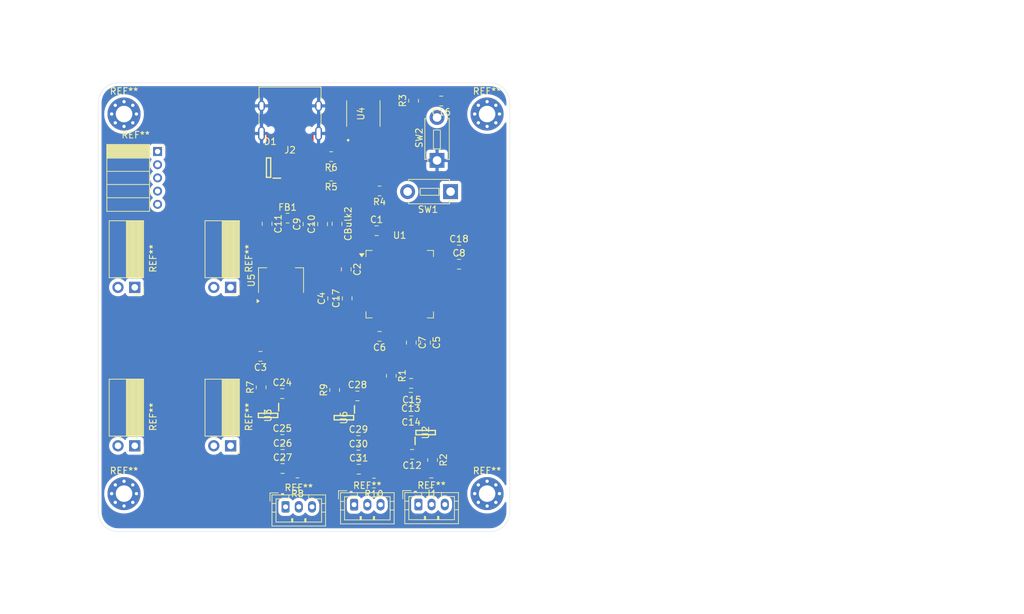
<source format=kicad_pcb>
(kicad_pcb (version 20241229) (generator "pcbnew") (generator_version "9.0")
  (layers (0 "F.Cu" signal) (2 "B.Cu" signal) (13 "F.Paste" user) (15 "B.Paste" user) (5 "F.SilkS" user "F.Silkscreen") (7 "B.SilkS" user "B.Silkscreen") (1 "F.Mask" user) (3 "B.Mask" user) (25 "Edge.Cuts" user))
  (net 0 "")
  (net 1 "+3.3V")
  (net 2 "GND")
  (net 3 "+5V")
  (net 4 "Net-(U1-VCAP_1)")
  (net 5 "Net-(U1-VCAP_2)")
  (net 6 "/Camera_left/<NO NET>")
  (net 7 "/MCU/NRST")
  (net 8 "Net-(C16-Pad2)")
  (net 9 "/Camera_right/<NO NET>")
  (net 10 "/Camera_center/<NO NET>")
  (net 12 "/usb_type_c/D-")
  (net 13 "/usb_type_c/D+")
  (net 16 "/Camera_left/CAM_UART_TX")
  (net 17 "Net-(J2-CC2)")
  (net 18 "Net-(J2-CC1)")
  (net 21 "/Camera_right/CAM_UART_TX")
  (net 22 "/Camera_center/CAM_UART_TX")
  (net 23 "/Camera_left/CAM_L_PWN_EN")
  (net 24 "/MCU/BOOT0")
  (net 25 "/Camera_right/CAM_R_PWN_EN")
  (net 26 "/Camera_center/CAM_C_PWN_EN")
  (net 28 "/MCU/CAN_RX_2")
  (net 30 "/MCU/CAM_R_PWN_EN")
  (net 36 "/MCU/CAM_L_PWN_EN")
  (net 39 "/MCU/UART_DEBUG_TX")
  (net 44 "/MCU/UART_DEBUG_RX")
  (net 48 "/MCU/CAM_UART_TX")
  (net 49 "/MCU/CAN_TX_2")
  (net 66 "/MCU/D+")
  (net 71 "/MCU/D-")
  (net 75 "/MCU/VBUS")
  (net 77 "/MCU/CAM_C_PWN_EN")
  (net 81 "+3V3")
  (net 82 "/Can_transceiver/CANL")
  (net 83 "/Can_transceiver/CAN_RX_2")
  (net 84 "/Can_transceiver/CANH")
  (net 85 "/Can_transceiver/CAN_TX_2")
  (footprint "Capacitor_SMD:C_0805_2012Metric_Pad1.18x1.45mm_HandSolder" (layer "F.Cu") (at 99.725 90.575 180)
    (property "Reference" "C15" (at -0.1125 -2.5 0) (layer "F.SilkS"))
    (property "Value" ".1u")
    (pad "1" smd roundrect (at -1.0375 0 180) (size 1.175 1.45) (layers "F.Cu" "F.Mask" "F.Paste") (roundrect_rratio 0.212766) (net 6 "/Camera_left/<NO NET>"))
    (pad "2" smd roundrect (at 1.0375 0 180) (size 1.175 1.45) (layers "F.Cu" "F.Mask" "F.Paste") (roundrect_rratio 0.212766) (net 2 "GND"))
  )
  (footprint "Capacitor_SMD:C_0805_2012Metric_Pad1.18x1.45mm_HandSolder" (layer "F.Cu") (at 84.125 66.45 90)
    (property "Reference" "C9" (at 0 -1.68 90) (layer "F.SilkS"))
    (property "Value" "1u")
    (pad "1" smd roundrect (at -1.0375 0 90) (size 1.175 1.45) (layers "F.Cu" "F.Mask" "F.Paste") (roundrect_rratio 0.212766) (net 2 "GND"))
    (pad "2" smd roundrect (at 1.0375 0 90) (size 1.175 1.45) (layers "F.Cu" "F.Mask" "F.Paste") (roundrect_rratio 0.212766) (net 1 "+3.3V"))
  )
  (footprint "Capacitor_SMD:C_0805_2012Metric_Pad1.18x1.45mm_HandSolder" (layer "F.Cu") (at 86.325 66.45 90)
    (property "Reference" "C10" (at 0 -1.68 90) (layer "F.SilkS"))
    (property "Value" "100nf")
    (pad "1" smd roundrect (at -1.0375 0 90) (size 1.175 1.45) (layers "F.Cu" "F.Mask" "F.Paste") (roundrect_rratio 0.212766) (net 2 "GND"))
    (pad "2" smd roundrect (at 1.0375 0 90) (size 1.175 1.45) (layers "F.Cu" "F.Mask" "F.Paste") (roundrect_rratio 0.212766) (net 1 "+3.3V"))
  )
  (footprint "Resistor_SMD:R_0805_2012Metric_Pad1.20x1.40mm_HandSolder" (layer "F.Cu") (at 96.725 89.425 -90)
    (property "Reference" "R1" (at 0 -1.65 90) (layer "F.SilkS"))
    (property "Value" "1k")
    (pad "1" smd roundrect (at -1 0 270) (size 1.2 1.4) (layers "F.Cu" "F.Mask" "F.Paste") (roundrect_rratio 0.208333) (net 16 "/Camera_left/CAM_UART_TX"))
    (pad "2" smd roundrect (at 1 0 270) (size 1.2 1.4) (layers "F.Cu" "F.Mask" "F.Paste") (roundrect_rratio 0.208333) (net 2 "GND"))
  )
  (footprint "Connector_JST:JST_PH_B3B-PH-K_1x03_P2.00mm_Vertical" (layer "F.Cu") (at 91.1 108.95)
    (property "Reference" "REF**" (at 2 -2.9 0) (layer "F.SilkS"))
    (property "Value" "JST_PH_B3B-PH-K_1x03_P2.00mm_Vertical")
    (pad "1" thru_hole roundrect (at 0 0) (size 1.2 1.75) (drill 0.75) (layers "*.Cu" "*.Mask") (roundrect_rratio 0.208333))
    (pad "2" thru_hole oval (at 2 0) (size 1.2 1.75) (drill 0.75) (layers "*.Cu" "*.Mask"))
    (pad "3" thru_hole oval (at 4 0) (size 1.2 1.75) (drill 0.75) (layers "*.Cu" "*.Mask"))
  )
  (footprint "Resistor_SMD:R_0805_2012Metric_Pad1.20x1.40mm_HandSolder" (layer "F.Cu") (at 77.025 91.175 90)
    (property "Reference" "R7" (at 0 -1.65 90) (layer "F.SilkS"))
    (property "Value" "100k")
    (pad "1" smd roundrect (at -1 0 90) (size 1.2 1.4) (layers "F.Cu" "F.Mask" "F.Paste") (roundrect_rratio 0.208333) (net 25 "/Camera_right/CAM_R_PWN_EN"))
    (pad "2" smd roundrect (at 1 0 90) (size 1.2 1.4) (layers "F.Cu" "F.Mask" "F.Paste") (roundrect_rratio 0.208333) (net 1 "+3.3V"))
  )
  (footprint "Capacitor_SMD:C_0805_2012Metric_Pad1.18x1.45mm_HandSolder" (layer "F.Cu") (at 101.9 84.4 -90)
    (property "Reference" "C5" (at 0 -1.68 90) (layer "F.SilkS"))
    (property "Value" "100nf")
    (pad "1" smd roundrect (at -1.0375 0 270) (size 1.175 1.45) (layers "F.Cu" "F.Mask" "F.Paste") (roundrect_rratio 0.212766) (net 1 "+3.3V"))
    (pad "2" smd roundrect (at 1.0375 0 270) (size 1.175 1.45) (layers "F.Cu" "F.Mask" "F.Paste") (roundrect_rratio 0.212766) (net 2 "GND"))
  )
  (footprint "Resistor_SMD:R_0805_2012Metric_Pad1.20x1.40mm_HandSolder" (layer "F.Cu") (at 87.625 59.165 180)
    (property "Reference" "R5" (at 0 -1.65 0) (layer "F.SilkS"))
    (property "Value" "5.1k")
    (pad "1" smd roundrect (at -1 0 180) (size 1.2 1.4) (layers "F.Cu" "F.Mask" "F.Paste") (roundrect_rratio 0.208333) (net 18 "Net-(J2-CC1)"))
    (pad "2" smd roundrect (at 1 0 180) (size 1.2 1.4) (layers "F.Cu" "F.Mask" "F.Paste") (roundrect_rratio 0.208333) (net 2 "GND"))
  )
  (footprint "Capacitor_SMD:C_0805_2012Metric_Pad1.18x1.45mm_HandSolder" (layer "F.Cu") (at 99.875 101.325 180)
    (property "Reference" "C12" (at 0 -1.68 0) (layer "F.SilkS"))
    (property "Value" "1u")
    (pad "1" smd roundrect (at -1.0375 0 180) (size 1.175 1.45) (layers "F.Cu" "F.Mask" "F.Paste") (roundrect_rratio 0.212766) (net 3 "+5V"))
    (pad "2" smd roundrect (at 1.0375 0 180) (size 1.175 1.45) (layers "F.Cu" "F.Mask" "F.Paste") (roundrect_rratio 0.212766) (net 2 "GND"))
  )
  (footprint "myFootprints:SOT95P280X145-6N" (layer "F.Cu") (at 78.075 95.425 -90)
    (property "Reference" "U3" (at 0 0 90) (layer "F.SilkS"))
    (property "Value" "TPS22917DBVR")
    (pad "1" smd rect (at -1.25 -0.95 270) (size 1.15 0.6) (layers "F.Cu" "F.Mask" "F.Paste") (net 3 "+5V"))
    (pad "2" smd rect (at -1.25 0 270) (size 1.15 0.6) (layers "F.Cu" "F.Mask" "F.Paste") (net 2 "GND"))
    (pad "3" smd rect (at -1.25 0.95 270) (size 1.15 0.6) (layers "F.Cu" "F.Mask" "F.Paste") (net 25 "/Camera_right/CAM_R_PWN_EN"))
    (pad "4" smd rect (at 1.25 0.95 270) (size 1.15 0.6) (layers "F.Cu" "F.Mask" "F.Paste"))
    (pad "5" smd rect (at 1.25 0 270) (size 1.15 0.6) (layers "F.Cu" "F.Mask" "F.Paste") (net 9 "/Camera_right/<NO NET>"))
    (pad "6" smd rect (at 1.25 -0.95 270) (size 1.15 0.6) (layers "F.Cu" "F.Mask" "F.Paste") (net 9 "/Camera_right/<NO NET>"))
  )
  (footprint "Package_TO_SOT_SMD:SOT-223-3_TabPin2" (layer "F.Cu") (at 80.0375 74.975 90)
    (property "Reference" "U5" (at 0 -4.5 90) (layer "F.SilkS"))
    (property "Value" "AMS1117-3.3")
    (pad "1" smd roundrect (at -3.15 -2.3 90) (size 2 1.5) (layers "F.Cu" "F.Mask" "F.Paste") (net 2 "GND"))
    (pad "2" smd roundrect (at -3.15 0 90) (size 2 1.5) (layers "F.Cu" "F.Mask" "F.Paste") (net 1 "+3.3V"))
    (pad "2" smd roundrect (at 3.15 0 90) (size 2 3.8) (layers "F.Cu" "F.Mask" "F.Paste") (net 1 "+3.3V"))
    (pad "3" smd roundrect (at -3.15 2.3 90) (size 2 1.5) (layers "F.Cu" "F.Mask" "F.Paste") (net 3 "+5V"))
  )
  (footprint "Capacitor_SMD:C_0805_2012Metric_Pad1.18x1.45mm_HandSolder" (layer "F.Cu") (at 106.975 70.375)
    (property "Reference" "C18" (at 0 -1.68 0) (layer "F.SilkS"))
    (property "Value" "100nf")
    (pad "1" smd roundrect (at -1.0375 0) (size 1.175 1.45) (layers "F.Cu" "F.Mask" "F.Paste") (roundrect_rratio 0.212766) (net 1 "+3.3V"))
    (pad "2" smd roundrect (at 1.0375 0) (size 1.175 1.45) (layers "F.Cu" "F.Mask" "F.Paste") (roundrect_rratio 0.212766) (net 2 "GND"))
  )
  (footprint "Capacitor_SMD:C_0805_2012Metric_Pad1.18x1.45mm_HandSolder" (layer "F.Cu") (at 88.5125 66.4 -90)
    (property "Reference" "CBulk2" (at 0 -1.68 90) (layer "F.SilkS"))
    (property "Value" "4.7u")
    (pad "1" smd roundrect (at -1.0375 0 270) (size 1.175 1.45) (layers "F.Cu" "F.Mask" "F.Paste") (roundrect_rratio 0.212766) (net 1 "+3.3V"))
    (pad "2" smd roundrect (at 1.0375 0 270) (size 1.175 1.45) (layers "F.Cu" "F.Mask" "F.Paste") (roundrect_rratio 0.212766) (net 2 "GND"))
  )
  (footprint "MountingHole:MountingHole_2.5mm_Pad_Via" (layer "F.Cu") (at 111.225 107.275)
    (property "Reference" "REF**" (at 0 -3.45 0) (layer "F.SilkS"))
    (property "Value" "MountingHole_2.5mm_Pad_Via")
    (pad "1" thru_hole circle (at -1.875 0) (size 0.8 0.8) (drill 0.5) (layers "*.Cu" "*.Mask"))
    (pad "1" thru_hole circle (at -1.325825 -1.325825) (size 0.8 0.8) (drill 0.5) (layers "*.Cu" "*.Mask"))
    (pad "1" thru_hole circle (at -1.325825 1.325825) (size 0.8 0.8) (drill 0.5) (layers "*.Cu" "*.Mask"))
    (pad "1" thru_hole circle (at 0 -1.875) (size 0.8 0.8) (drill 0.5) (layers "*.Cu" "*.Mask"))
    (pad "1" thru_hole circle (at 0 0) (size 5 5) (drill 2.5) (layers "*.Cu" "*.Mask"))
    (pad "1" thru_hole circle (at 0 1.875) (size 0.8 0.8) (drill 0.5) (layers "*.Cu" "*.Mask"))
    (pad "1" thru_hole circle (at 1.325825 -1.325825) (size 0.8 0.8) (drill 0.5) (layers "*.Cu" "*.Mask"))
    (pad "1" thru_hole circle (at 1.325825 1.325825) (size 0.8 0.8) (drill 0.5) (layers "*.Cu" "*.Mask"))
    (pad "1" thru_hole circle (at 1.875 0) (size 0.8 0.8) (drill 0.5) (layers "*.Cu" "*.Mask"))
  )
  (footprint "Capacitor_SMD:C_0805_2012Metric_Pad1.18x1.45mm_HandSolder" (layer "F.Cu") (at 77.925 66.4075 -90)
    (property "Reference" "C11" (at 0 -1.68 90) (layer "F.SilkS"))
    (property "Value" "33u")
    (pad "1" smd roundrect (at -1.0375 0 270) (size 1.175 1.45) (layers "F.Cu" "F.Mask" "F.Paste") (roundrect_rratio 0.212766) (net 1 "+3.3V"))
    (pad "2" smd roundrect (at 1.0375 0 270) (size 1.175 1.45) (layers "F.Cu" "F.Mask" "F.Paste") (roundrect_rratio 0.212766) (net 2 "GND"))
  )
  (footprint "Connector_PinSocket_2.54mm:PinSocket_1x02_P2.54mm_Horizontal" (layer "F.Cu") (at 72.4 100.025 -90)
    (property "Reference" "REF**" (at -4.38 -2.77 90) (layer "F.SilkS"))
    (property "Value" "PinSocket_1x02_P2.54mm_Horizontal")
    (pad "1" thru_hole rect (at 0 0 270) (size 1.7 1.7) (drill 1) (layers "*.Cu" "*.Mask"))
    (pad "2" thru_hole circle (at 0 2.54 270) (size 1.7 1.7) (drill 1) (layers "*.Cu" "*.Mask"))
  )
  (footprint "Capacitor_SMD:C_0805_2012Metric_Pad1.18x1.45mm_HandSolder" (layer "F.Cu") (at 80.275 103.475)
    (property "Reference" "C27" (at 0 -1.68 0) (layer "F.SilkS"))
    (property "Value" ".1u")
    (pad "1" smd roundrect (at -1.0375 0) (size 1.175 1.45) (layers "F.Cu" "F.Mask" "F.Paste") (roundrect_rratio 0.212766) (net 9 "/Camera_right/<NO NET>"))
    (pad "2" smd roundrect (at 1.0375 0) (size 1.175 1.45) (layers "F.Cu" "F.Mask" "F.Paste") (roundrect_rratio 0.212766) (net 2 "GND"))
  )
  (footprint "Connector_JST:JST_PH_B3B-PH-K_1x03_P2.00mm_Vertical" (layer "F.Cu") (at 100.825 108.925)
    (property "Reference" "REF**" (at 2 -2.9 0) (layer "F.SilkS"))
    (property "Value" "JST_PH_B3B-PH-K_1x03_P2.00mm_Vertical")
    (pad "1" thru_hole roundrect (at 0 0) (size 1.2 1.75) (drill 0.75) (layers "*.Cu" "*.Mask") (roundrect_rratio 0.208333))
    (pad "2" thru_hole oval (at 2 0) (size 1.2 1.75) (drill 0.75) (layers "*.Cu" "*.Mask"))
    (pad "3" thru_hole oval (at 4 0) (size 1.2 1.75) (drill 0.75) (layers "*.Cu" "*.Mask"))
  )
  (footprint "Connector_USB:USB_C_Receptacle_HRO_TYPE-C-31-M-12" (layer "F.Cu") (at 81.4 49.59 180)
    (property "Reference" "J2" (at 0 -5.645 0) (layer "F.SilkS"))
    (property "Value" "USB_C_Receptacle")
    (pad "" np_thru_hole circle (at -2.89 -2.6 180) (size 0.65 0.65) (drill 0.65) (layers "*.Cu" "*.Mask"))
    (pad "" np_thru_hole circle (at 2.89 -2.6 180) (size 0.65 0.65) (drill 0.65) (layers "*.Cu" "*.Mask"))
    (pad "A1" smd rect (at -3.25 -4.045 180) (size 0.6 1.45) (layers "F.Cu" "F.Mask" "F.Paste") (net 2 "GND"))
    (pad "A4" smd rect (at -2.45 -4.045 180) (size 0.6 1.45) (layers "F.Cu" "F.Mask" "F.Paste") (net 3 "+5V"))
    (pad "A5" smd rect (at -1.25 -4.045 180) (size 0.3 1.45) (layers "F.Cu" "F.Mask" "F.Paste") (net 18 "Net-(J2-CC1)"))
    (pad "A6" smd rect (at -0.25 -4.045 180) (size 0.3 1.45) (layers "F.Cu" "F.Mask" "F.Paste") (net 13 "/usb_type_c/D+"))
    (pad "A7" smd rect (at 0.25 -4.045 180) (size 0.3 1.45) (layers "F.Cu" "F.Mask" "F.Paste") (net 12 "/usb_type_c/D-"))
    (pad "A8" smd rect (at 1.25 -4.045 180) (size 0.3 1.45) (layers "F.Cu" "F.Mask" "F.Paste"))
    (pad "A9" smd rect (at 2.45 -4.045 180) (size 0.6 1.45) (layers "F.Cu" "F.Mask" "F.Paste") (net 3 "+5V"))
    (pad "A12" smd rect (at 3.25 -4.045 180) (size 0.6 1.45) (layers "F.Cu" "F.Mask" "F.Paste") (net 2 "GND"))
    (pad "B1" smd rect (at 3.25 -4.045 180) (size 0.6 1.45) (layers "F.Cu" "F.Mask" "F.Paste") (net 2 "GND"))
    (pad "B4" smd rect (at 2.45 -4.045 180) (size 0.6 1.45) (layers "F.Cu" "F.Mask" "F.Paste") (net 3 "+5V"))
    (pad "B5" smd rect (at 1.75 -4.045 180) (size 0.3 1.45) (layers "F.Cu" "F.Mask" "F.Paste") (net 17 "Net-(J2-CC2)"))
    (pad "B6" smd rect (at 0.75 -4.045 180) (size 0.3 1.45) (layers "F.Cu" "F.Mask" "F.Paste") (net 13 "/usb_type_c/D+"))
    (pad "B7" smd rect (at -0.75 -4.045 180) (size 0.3 1.45) (layers "F.Cu" "F.Mask" "F.Paste") (net 12 "/usb_type_c/D-"))
    (pad "B8" smd rect (at -1.75 -4.045 180) (size 0.3 1.45) (layers "F.Cu" "F.Mask" "F.Paste"))
    (pad "B9" smd rect (at -2.45 -4.045 180) (size 0.6 1.45) (layers "F.Cu" "F.Mask" "F.Paste") (net 3 "+5V"))
    (pad "B12" smd rect (at -3.25 -4.045 180) (size 0.6 1.45) (layers "F.Cu" "F.Mask" "F.Paste") (net 2 "GND"))
    (pad "S1" thru_hole oval (at -4.32 -3.13 180) (size 1 2.1) (drill oval 0.6 1.7) (property pad_prop_heatsink) (layers "*.Cu" "*.Mask") (net 2 "GND"))
    (pad "S1" thru_hole oval (at -4.32 1.05 180) (size 1 1.6) (drill oval 0.6 1.2) (property pad_prop_heatsink) (layers "*.Cu" "*.Mask") (net 2 "GND"))
    (pad "S1" thru_hole oval (at 4.32 -3.13 180) (size 1 2.1) (drill oval 0.6 1.7) (property pad_prop_heatsink) (layers "*.Cu" "*.Mask") (net 2 "GND"))
    (pad "S1" thru_hole oval (at 4.32 1.05 180) (size 1 1.6) (drill oval 0.6 1.2) (property pad_prop_heatsink) (layers "*.Cu" "*.Mask") (net 2 "GND"))
  )
  (footprint "Capacitor_SMD:C_0805_2012Metric_Pad1.18x1.45mm_HandSolder" (layer "F.Cu") (at 80.275 101.325)
    (property "Reference" "C26" (at 0 -1.68 0) (layer "F.SilkS"))
    (property "Value" "47u")
    (pad "1" smd roundrect (at -1.0375 0) (size 1.175 1.45) (layers "F.Cu" "F.Mask" "F.Paste") (roundrect_rratio 0.212766) (net 9 "/Camera_right/<NO NET>"))
    (pad "2" smd roundrect (at 1.0375 0) (size 1.175 1.45) (layers "F.Cu" "F.Mask" "F.Paste") (roundrect_rratio 0.212766) (net 2 "GND"))
  )
  (footprint "Capacitor_SMD:C_0805_2012Metric_Pad1.18x1.45mm_HandSolder" (layer "F.Cu") (at 90.05 77.7 90)
    (property "Reference" "C17" (at 0 -1.68 90) (layer "F.SilkS"))
    (property "Value" "1u")
    (pad "1" smd roundrect (at -1.0375 0 90) (size 1.175 1.45) (layers "F.Cu" "F.Mask" "F.Paste") (roundrect_rratio 0.212766) (net 1 "+3.3V"))
    (pad "2" smd roundrect (at 1.0375 0 90) (size 1.175 1.45) (layers "F.Cu" "F.Mask" "F.Paste") (roundrect_rratio 0.212766) (net 2 "GND"))
  )
  (footprint "Resistor_SMD:R_0805_2012Metric_Pad1.20x1.40mm_HandSolder" (layer "F.Cu") (at 81.025 65.55)
    (property "Reference" "FB1" (at 0 -1.65 0) (layer "F.SilkS"))
    (property "Value" "FerriteBead")
    (pad "1" smd roundrect (at -1 0) (size 1.2 1.4) (layers "F.Cu" "F.Mask" "F.Paste") (roundrect_rratio 0.208333) (net 1 "+3.3V"))
    (pad "2" smd roundrect (at 1 0) (size 1.2 1.4) (layers "F.Cu" "F.Mask" "F.Paste") (roundrect_rratio 0.208333) (net 1 "+3.3V"))
  )
  (footprint "Connector_PinSocket_2.54mm:PinSocket_1x02_P2.54mm_Horizontal" (layer "F.Cu") (at 57.9 76.025 -90)
    (property "Reference" "REF**" (at -4.38 -2.77 90) (layer "F.SilkS"))
    (property "Value" "PinSocket_1x02_P2.54mm_Horizontal")
    (pad "1" thru_hole rect (at 0 0 270) (size 1.7 1.7) (drill 1) (layers "*.Cu" "*.Mask"))
    (pad "2" thru_hole circle (at 0 2.54 270) (size 1.7 1.7) (drill 1) (layers "*.Cu" "*.Mask"))
  )
  (footprint "Capacitor_SMD:C_0805_2012Metric_Pad1.18x1.45mm_HandSolder" (layer "F.Cu") (at 91.75 101.425)
    (property "Reference" "C30" (at 0 -1.68 0) (layer "F.SilkS"))
    (property "Value" "47u")
    (pad "1" smd roundrect (at -1.0375 0) (size 1.175 1.45) (layers "F.Cu" "F.Mask" "F.Paste") (roundrect_rratio 0.212766) (net 10 "/Camera_center/<NO NET>"))
    (pad "2" smd roundrect (at 1.0375 0) (size 1.175 1.45) (layers "F.Cu" "F.Mask" "F.Paste") (roundrect_rratio 0.212766) (net 2 "GND"))
  )
  (footprint "Capacitor_SMD:C_0805_2012Metric_Pad1.18x1.45mm_HandSolder" (layer "F.Cu") (at 102.775 105.625 180)
    (property "Reference" "J1" (at 0 -1.68 0) (layer "F.SilkS"))
    (property "Value" "Runcam Split 4 v2")
    (pad "1" smd roundrect (at -1.0375 0 180) (size 1.175 1.45) (layers "F.Cu" "F.Mask" "F.Paste") (roundrect_rratio 0.212766) (net 16 "/Camera_left/CAM_UART_TX"))
    (pad "2" smd roundrect (at 1.0375 0 180) (size 1.175 1.45) (layers "F.Cu" "F.Mask" "F.Paste") (roundrect_rratio 0.212766))
  )
  (footprint "Resistor_SMD:R_0805_2012Metric_Pad1.20x1.40mm_HandSolder" (layer "F.Cu") (at 82.525 105.625 180)
    (property "Reference" "R8" (at 0 -1.65 0) (layer "F.SilkS"))
    (property "Value" "1k")
    (pad "1" smd roundrect (at -1 0 180) (size 1.2 1.4) (layers "F.Cu" "F.Mask" "F.Paste") (roundrect_rratio 0.208333) (net 21 "/Camera_right/CAM_UART_TX"))
    (pad "2" smd roundrect (at 1 0 180) (size 1.2 1.4) (layers "F.Cu" "F.Mask" "F.Paste") (roundrect_rratio 0.208333) (net 2 "GND"))
  )
  (footprint "Capacitor_SMD:C_0805_2012Metric_Pad1.18x1.45mm_HandSolder" (layer "F.Cu") (at 106.975 72.525)
    (property "Reference" "C8" (at 0 -1.68 0) (layer "F.SilkS"))
    (property "Value" "2.2u")
    (pad "1" smd roundrect (at -1.0375 0) (size 1.175 1.45) (layers "F.Cu" "F.Mask" "F.Paste") (roundrect_rratio 0.212766) (net 5 "Net-(U1-VCAP_2)"))
    (pad "2" smd roundrect (at 1.0375 0) (size 1.175 1.45) (layers "F.Cu" "F.Mask" "F.Paste") (roundrect_rratio 0.212766) (net 2 "GND"))
  )
  (footprint "Connector_PinSocket_2.54mm:PinSocket_1x02_P2.54mm_Horizontal" (layer "F.Cu") (at 57.9 100.025 -90)
    (property "Reference" "REF**" (at -4.38 -2.77 90) (layer "F.SilkS"))
    (property "Value" "PinSocket_1x02_P2.54mm_Horizontal")
    (pad "1" thru_hole rect (at 0 0 270) (size 1.7 1.7) (drill 1) (layers "*.Cu" "*.Mask"))
    (pad "2" thru_hole circle (at 0 2.54 270) (size 1.7 1.7) (drill 1) (layers "*.Cu" "*.Mask"))
  )
  (footprint "myFootprints:SOT95P280X145-6N" (layer "F.Cu") (at 89.55 95.775 -90)
    (property "Reference" "U6" (at 0 0 90) (layer "F.SilkS"))
    (property "Value" "TPS22917DBVR")
    (pad "1" smd rect (at -1.25 -0.95 270) (size 1.15 0.6) (layers "F.Cu" "F.Mask" "F.Paste") (net 3 "+5V"))
    (pad "2" smd rect (at -1.25 0 270) (size 1.15 0.6) (layers "F.Cu" "F.Mask" "F.Paste") (net 2 "GND"))
    (pad "3" smd rect (at -1.25 0.95 270) (size 1.15 0.6) (layers "F.Cu" "F.Mask" "F.Paste") (net 26 "/Camera_center/CAM_C_PWN_EN"))
    (pad "4" smd rect (at 1.25 0.95 270) (size 1.15 0.6) (layers "F.Cu" "F.Mask" "F.Paste"))
    (pad "5" smd rect (at 1.25 0 270) (size 1.15 0.6) (layers "F.Cu" "F.Mask" "F.Paste") (net 10 "/Camera_center/<NO NET>"))
    (pad "6" smd rect (at 1.25 -0.95 270) (size 1.15 0.6) (layers "F.Cu" "F.Mask" "F.Paste") (net 10 "/Camera_center/<NO NET>"))
  )
  (footprint "Capacitor_SMD:C_0805_2012Metric_Pad1.18x1.45mm_HandSolder" (layer "F.Cu") (at 89.9 73.3 -90)
    (property "Reference" "C2" (at 0 -1.68 90) (layer "F.SilkS"))
    (property "Value" "100nf")
    (pad "1" smd roundrect (at -1.0375 0 270) (size 1.175 1.45) (layers "F.Cu" "F.Mask" "F.Paste") (roundrect_rratio 0.212766) (net 1 "+3.3V"))
    (pad "2" smd roundrect (at 1.0375 0 270) (size 1.175 1.45) (layers "F.Cu" "F.Mask" "F.Paste") (roundrect_rratio 0.212766) (net 2 "GND"))
  )
  (footprint "Capacitor_SMD:C_0805_2012Metric_Pad1.18x1.45mm_HandSolder" (layer "F.Cu") (at 80.225 99.075)
    (property "Reference" "C25" (at 0 -1.68 0) (layer "F.SilkS"))
    (property "Value" "1u")
    (pad "1" smd roundrect (at -1.0375 0) (size 1.175 1.45) (layers "F.Cu" "F.Mask" "F.Paste") (roundrect_rratio 0.212766) (net 9 "/Camera_right/<NO NET>"))
    (pad "2" smd roundrect (at 1.0375 0) (size 1.175 1.45) (layers "F.Cu" "F.Mask" "F.Paste") (roundrect_rratio 0.212766) (net 2 "GND"))
  )
  (footprint "Connector_PinSocket_2.00mm:PinSocket_1x05_P2.00mm_Horizontal" (layer "F.Cu") (at 61.35 55.45)
    (property "Reference" "REF**" (at -3.31 -2.5 0) (layer "F.SilkS"))
    (property "Value" "PinSocket_1x05_P2.00mm_Horizontal")
    (pad "1" thru_hole rect (at 0 0) (size 1.35 1.35) (drill 0.8) (layers "*.Cu" "*.Mask"))
    (pad "2" thru_hole circle (at 0 2) (size 1.35 1.35) (drill 0.8) (layers "*.Cu" "*.Mask"))
    (pad "3" thru_hole circle (at 0 4) (size 1.35 1.35) (drill 0.8) (layers "*.Cu" "*.Mask"))
    (pad "4" thru_hole circle (at 0 6) (size 1.35 1.35) (drill 0.8) (layers "*.Cu" "*.Mask"))
    (pad "5" thru_hole circle (at 0 8) (size 1.35 1.35) (drill 0.8) (layers "*.Cu" "*.Mask"))
  )
  (footprint "Capacitor_SMD:C_0805_2012Metric_Pad1.18x1.45mm_HandSolder" (layer "F.Cu") (at 99.675 92.675 180)
    (property "Reference" "C13" (at 0 -1.68 0) (layer "F.SilkS"))
    (property "Value" "47u")
    (pad "1" smd roundrect (at -1.0375 0 180) (size 1.175 1.45) (layers "F.Cu" "F.Mask" "F.Paste") (roundrect_rratio 0.212766) (net 6 "/Camera_left/<NO NET>"))
    (pad "2" smd roundrect (at 1.0375 0 180) (size 1.175 1.45) (layers "F.Cu" "F.Mask" "F.Paste") (roundrect_rratio 0.212766) (net 2 "GND"))
  )
  (footprint "MountingHole:MountingHole_2.5mm_Pad_Via" (layer "F.Cu") (at 111.225 49.775)
    (property "Reference" "REF**" (at 0 -3.45 0) (layer "F.SilkS"))
    (property "Value" "MountingHole_2.5mm_Pad_Via")
    (pad "1" thru_hole circle (at -1.875 0) (size 0.8 0.8) (drill 0.5) (layers "*.Cu" "*.Mask"))
    (pad "1" thru_hole circle (at -1.325825 -1.325825) (size 0.8 0.8) (drill 0.5) (layers "*.Cu" "*.Mask"))
    (pad "1" thru_hole circle (at -1.325825 1.325825) (size 0.8 0.8) (drill 0.5) (layers "*.Cu" "*.Mask"))
    (pad "1" thru_hole circle (at 0 -1.875) (size 0.8 0.8) (drill 0.5) (layers "*.Cu" "*.Mask"))
    (pad "1" thru_hole circle (at 0 0) (size 5 5) (drill 2.5) (layers "*.Cu" "*.Mask"))
    (pad "1" thru_hole circle (at 0 1.875) (size 0.8 0.8) (drill 0.5) (layers "*.Cu" "*.Mask"))
    (pad "1" thru_hole circle (at 1.325825 -1.325825) (size 0.8 0.8) (drill 0.5) (layers "*.Cu" "*.Mask"))
    (pad "1" thru_hole circle (at 1.325825 1.325825) (size 0.8 0.8) (drill 0.5) (layers "*.Cu" "*.Mask"))
    (pad "1" thru_hole circle (at 1.875 0) (size 0.8 0.8) (drill 0.5) (layers "*.Cu" "*.Mask"))
  )
  (footprint "Resistor_SMD:R_0805_2012Metric_Pad1.20x1.40mm_HandSolder" (layer "F.Cu") (at 100.1 47.75 90)
    (property "Reference" "R3" (at 0 -1.65 90) (layer "F.SilkS"))
    (property "Value" "100k")
    (pad "1" smd roundrect (at -1 0 90) (size 1.2 1.4) (layers "F.Cu" "F.Mask" "F.Paste") (roundrect_rratio 0.208333) (net 2 "GND"))
    (pad "2" smd roundrect (at 1 0 90) (size 1.2 1.4) (layers "F.Cu" "F.Mask" "F.Paste") (roundrect_rratio 0.208333) (net 24 "/MCU/BOOT0"))
  )
  (footprint "Capacitor_SMD:C_0805_2012Metric_Pad1.18x1.45mm_HandSolder" (layer "F.Cu") (at 76.925 86.475 180)
    (property "Reference" "C3" (at 0 -1.68 0) (layer "F.SilkS"))
    (property "Value" "1u")
    (pad "1" smd roundrect (at -1.0375 0 180) (size 1.175 1.45) (layers "F.Cu" "F.Mask" "F.Paste") (roundrect_rratio 0.212766) (net 3 "+5V"))
    (pad "2" smd roundrect (at 1.0375 0 180) (size 1.175 1.45) (layers "F.Cu" "F.Mask" "F.Paste") (roundrect_rratio 0.212766) (net 2 "GND"))
  )
  (footprint "myFootprints:SOT95P280X145-6N" (layer "F.Cu") (at 78.15 57.89 180)
    (property "Reference" "D1" (at -0.25 3.95 0) (layer "F.SilkS"))
    (property "Value" "SRV05-4.TCT")
    (pad "1" smd rect (at -1.25 -0.95 180) (size 1.15 0.6) (layers "F.Cu" "F.Mask" "F.Paste") (net 13 "/usb_type_c/D+"))
    (pad "2" smd rect (at -1.25 0 180) (size 1.15 0.6) (layers "F.Cu" "F.Mask" "F.Paste") (net 2 "GND"))
    (pad "3" smd rect (at -1.25 0.95 180) (size 1.15 0.6) (layers "F.Cu" "F.Mask" "F.Paste") (net 12 "/usb_type_c/D-"))
    (pad "4" smd rect (at 1.25 0.95 180) (size 1.15 0.6) (layers "F.Cu" "F.Mask" "F.Paste"))
    (pad "5" smd rect (at 1.25 0 180) (size 1.15 0.6) (layers "F.Cu" "F.Mask" "F.Paste") (net 3 "+5V"))
    (pad "6" smd rect (at 1.25 -0.95 180) (size 1.15 0.6) (layers "F.Cu" "F.Mask" "F.Paste"))
  )
  (footprint "MountingHole:MountingHole_2.5mm_Pad_Via" (layer "F.Cu") (at 56.275 107.275)
    (property "Reference" "REF**" (at 0 -3.45 0) (layer "F.SilkS"))
    (property "Value" "MountingHole_2.5mm_Pad_Via")
    (pad "1" thru_hole circle (at -1.875 0) (size 0.8 0.8) (drill 0.5) (layers "*.Cu" "*.Mask"))
    (pad "1" thru_hole circle (at -1.325825 -1.325825) (size 0.8 0.8) (drill 0.5) (layers "*.Cu" "*.Mask"))
    (pad "1" thru_hole circle (at -1.325825 1.325825) (size 0.8 0.8) (drill 0.5) (layers "*.Cu" "*.Mask"))
    (pad "1" thru_hole circle (at 0 -1.875) (size 0.8 0.8) (drill 0.5) (layers "*.Cu" "*.Mask"))
    (pad "1" thru_hole circle (at 0 0) (size 5 5) (drill 2.5) (layers "*.Cu" "*.Mask"))
    (pad "1" thru_hole circle (at 0 1.875) (size 0.8 0.8) (drill 0.5) (layers "*.Cu" "*.Mask"))
    (pad "1" thru_hole circle (at 1.325825 -1.325825) (size 0.8 0.8) (drill 0.5) (layers "*.Cu" "*.Mask"))
    (pad "1" thru_hole circle (at 1.325825 1.325825) (size 0.8 0.8) (drill 0.5) (layers "*.Cu" "*.Mask"))
    (pad "1" thru_hole circle (at 1.875 0) (size 0.8 0.8) (drill 0.5) (layers "*.Cu" "*.Mask"))
  )
  (footprint "Connector_PinSocket_2.54mm:PinSocket_1x02_P2.54mm_Horizontal" (layer "F.Cu") (at 72.4 76.025 -90)
    (property "Reference" "REF**" (at -4.38 -2.77 90) (layer "F.SilkS"))
    (property "Value" "PinSocket_1x02_P2.54mm_Horizontal")
    (pad "1" thru_hole rect (at 0 0 270) (size 1.7 1.7) (drill 1) (layers "*.Cu" "*.Mask"))
    (pad "2" thru_hole circle (at 0 2.54 270) (size 1.7 1.7) (drill 1) (layers "*.Cu" "*.Mask"))
  )
  (footprint "myFootprints:SOIC127P599X175-8N" (layer "F.Cu") (at 92.5 49.7 90)
    (property "Reference" "U4" (at -0.03 -0.365 90) (layer "F.SilkS"))
    (property "Value" "SN65HVD230DR")
    (pad "1" smd roundrect (at -2.47 -1.905 90) (size 1.97 0.6) (layers "F.Cu" "F.Mask" "F.Paste") (roundrect_rratio 0.125) (net 85 "/Can_transceiver/CAN_TX_2"))
    (pad "2" smd roundrect (at -2.47 -0.635 90) (size 1.97 0.6) (layers "F.Cu" "F.Mask" "F.Paste") (roundrect_rratio 0.125) (net 2 "GND"))
    (pad "3" smd roundrect (at -2.47 0.635 90) (size 1.97 0.6) (layers "F.Cu" "F.Mask" "F.Paste") (roundrect_rratio 0.125) (net 81 "+3V3"))
    (pad "4" smd roundrect (at -2.47 1.905 90) (size 1.97 0.6) (layers "F.Cu" "F.Mask" "F.Paste") (roundrect_rratio 0.125) (net 83 "/Can_transceiver/CAN_RX_2"))
    (pad "5" smd roundrect (at 2.47 1.905 90) (size 1.97 0.6) (layers "F.Cu" "F.Mask" "F.Paste") (roundrect_rratio 0.125))
    (pad "6" smd roundrect (at 2.47 0.635 90) (size 1.97 0.6) (layers "F.Cu" "F.Mask" "F.Paste") (roundrect_rratio 0.125) (net 82 "/Can_transceiver/CANL"))
    (pad "7" smd roundrect (at 2.47 -0.635 90) (size 1.97 0.6) (layers "F.Cu" "F.Mask" "F.Paste") (roundrect_rratio 0.125) (net 84 "/Can_transceiver/CANH"))
    (pad "8" smd roundrect (at 2.47 -1.905 90) (size 1.97 0.6) (layers "F.Cu" "F.Mask" "F.Paste") (roundrect_rratio 0.125) (net 2 "GND"))
  )
  (footprint "Capacitor_SMD:C_0805_2012Metric_Pad1.18x1.45mm_HandSolder" (layer "F.Cu") (at 104.2875 47.8 180)
    (property "Reference" "C16" (at 0 -1.68 0) (layer "F.SilkS"))
    (property "Value" "100nf")
    (pad "1" smd roundrect (at -1.0375 0 180) (size 1.175 1.45) (layers "F.Cu" "F.Mask" "F.Paste") (roundrect_rratio 0.212766) (net 7 "/MCU/NRST"))
    (pad "2" smd roundrect (at 1.0375 0 180) (size 1.175 1.45) (layers "F.Cu" "F.Mask" "F.Paste") (roundrect_rratio 0.212766) (net 8 "Net-(C16-Pad2)"))
  )
  (footprint "Capacitor_SMD:C_0805_2012Metric_Pad1.18x1.45mm_HandSolder" (layer "F.Cu") (at 94.95 83.45 180)
    (property "Reference" "C6" (at 0 -1.68 0) (layer "F.SilkS"))
    (property "Value" "100nf")
    (pad "1" smd roundrect (at -1.0375 0 180) (size 1.175 1.45) (layers "F.Cu" "F.Mask" "F.Paste") (roundrect_rratio 0.212766) (net 1 "+3.3V"))
    (pad "2" smd roundrect (at 1.0375 0 180) (size 1.175 1.45) (layers "F.Cu" "F.Mask" "F.Paste") (roundrect_rratio 0.212766) (net 2 "GND"))
  )
  (footprint "Capacitor_SMD:C_0805_2012Metric_Pad1.18x1.45mm_HandSolder" (layer "F.Cu") (at 80.225 92.125)
    (property "Reference" "C24" (at 0 -1.68 0) (layer "F.SilkS"))
    (property "Value" "1u")
    (pad "1" smd roundrect (at -1.0375 0) (size 1.175 1.45) (layers "F.Cu" "F.Mask" "F.Paste") (roundrect_rratio 0.212766) (net 3 "+5V"))
    (pad "2" smd roundrect (at 1.0375 0) (size 1.175 1.45) (layers "F.Cu" "F.Mask" "F.Paste") (roundrect_rratio 0.212766) (net 2 "GND"))
  )
  (footprint "Capacitor_SMD:C_0805_2012Metric_Pad1.18x1.45mm_HandSolder" (layer "F.Cu") (at 91.6 92.475)
    (property "Reference" "C28" (at 0 -1.68 0) (layer "F.SilkS"))
    (property "Value" "1u")
    (pad "1" smd roundrect (at -1.0375 0) (size 1.175 1.45) (layers "F.Cu" "F.Mask" "F.Paste") (roundrect_rratio 0.212766) (net 3 "+5V"))
    (pad "2" smd roundrect (at 1.0375 0) (size 1.175 1.45) (layers "F.Cu" "F.Mask" "F.Paste") (roundrect_rratio 0.212766) (net 2 "GND"))
  )
  (footprint "MountingHole:MountingHole_2.5mm_Pad_Via" (layer "F.Cu") (at 56.275 49.775)
    (property "Reference" "REF**" (at 0 -3.45 0) (layer "F.SilkS"))
    (property "Value" "MountingHole_2.5mm_Pad_Via")
    (pad "1" thru_hole circle (at -1.875 0) (size 0.8 0.8) (drill 0.5) (layers "*.Cu" "*.Mask"))
    (pad "1" thru_hole circle (at -1.325825 -1.325825) (size 0.8 0.8) (drill 0.5) (layers "*.Cu" "*.Mask"))
    (pad "1" thru_hole circle (at -1.325825 1.325825) (size 0.8 0.8) (drill 0.5) (layers "*.Cu" "*.Mask"))
    (pad "1" thru_hole circle (at 0 -1.875) (size 0.8 0.8) (drill 0.5) (layers "*.Cu" "*.Mask"))
    (pad "1" thru_hole circle (at 0 0) (size 5 5) (drill 2.5) (layers "*.Cu" "*.Mask"))
    (pad "1" thru_hole circle (at 0 1.875) (size 0.8 0.8) (drill 0.5) (layers "*.Cu" "*.Mask"))
    (pad "1" thru_hole circle (at 1.325825 -1.325825) (size 0.8 0.8) (drill 0.5) (layers "*.Cu" "*.Mask"))
    (pad "1" thru_hole circle (at 1.325825 1.325825) (size 0.8 0.8) (drill 0.5) (layers "*.Cu" "*.Mask"))
    (pad "1" thru_hole circle (at 1.875 0) (size 0.8 0.8) (drill 0.5) (layers "*.Cu" "*.Mask"))
  )
  (footprint "Capacitor_SMD:C_0805_2012Metric_Pad1.18x1.45mm_HandSolder" (layer "F.Cu") (at 99.725 94.775 180)
    (property "Reference" "C14" (at 0 -1.68 0) (layer "F.SilkS"))
    (property "Value" "1u")
    (pad "1" smd roundrect (at -1.0375 0 180) (size 1.175 1.45) (layers "F.Cu" "F.Mask" "F.Paste") (roundrect_rratio 0.212766) (net 6 "/Camera_left/<NO NET>"))
    (pad "2" smd roundrect (at 1.0375 0 180) (size 1.175 1.45) (layers "F.Cu" "F.Mask" "F.Paste") (roundrect_rratio 0.212766) (net 2 "GND"))
  )
  (footprint "Capacitor_SMD:C_0805_2012Metric_Pad1.18x1.45mm_HandSolder" (layer "F.Cu") (at 99.75 84.4 -90)
    (property "Reference" "C7" (at 0 -1.68 90) (layer "F.SilkS"))
    (property "Value" "2.2u")
    (pad "1" smd roundrect (at -1.0375 0 270) (size 1.175 1.45) (layers "F.Cu" "F.Mask" "F.Paste") (roundrect_rratio 0.212766) (net 4 "Net-(U1-VCAP_1)"))
    (pad "2" smd roundrect (at 1.0375 0 270) (size 1.175 1.45) (layers "F.Cu" "F.Mask" "F.Paste") (roundrect_rratio 0.212766) (net 2 "GND"))
  )
  (footprint "Resistor_SMD:R_0805_2012Metric_Pad1.20x1.40mm_HandSolder" (layer "F.Cu") (at 88.15 91.575 90)
    (property "Reference" "R9" (at 0 -1.65 90) (layer "F.SilkS"))
    (property "Value" "100k")
    (pad "1" smd roundrect (at -1 0 90) (size 1.2 1.4) (layers "F.Cu" "F.Mask" "F.Paste") (roundrect_rratio 0.208333) (net 26 "/Camera_center/CAM_C_PWN_EN"))
    (pad "2" smd roundrect (at 1 0 90) (size 1.2 1.4) (layers "F.Cu" "F.Mask" "F.Paste") (roundrect_rratio 0.208333) (net 1 "+3.3V"))
  )
  (footprint "Connector_JST:JST_PH_B3B-PH-K_1x03_P2.00mm_Vertical" (layer "F.Cu") (at 80.725 109.275)
    (property "Reference" "REF**" (at 2 -2.9 0) (layer "F.SilkS"))
    (property "Value" "JST_PH_B3B-PH-K_1x03_P2.00mm_Vertical")
    (pad "1" thru_hole roundrect (at 0 0) (size 1.2 1.75) (drill 0.75) (layers "*.Cu" "*.Mask") (roundrect_rratio 0.208333))
    (pad "2" thru_hole oval (at 2 0) (size 1.2 1.75) (drill 0.75) (layers "*.Cu" "*.Mask"))
    (pad "3" thru_hole oval (at 4 0) (size 1.2 1.75) (drill 0.75) (layers "*.Cu" "*.Mask"))
  )
  (footprint "Resistor_SMD:R_0805_2012Metric_Pad1.20x1.40mm_HandSolder" (layer "F.Cu") (at 94.95 61.425 180)
    (property "Reference" "R4" (at 0 -1.65 0) (layer "F.SilkS"))
    (property "Value" "10k")
    (pad "1" smd roundrect (at -1 0 180) (size 1.2 1.4) (layers "F.Cu" "F.Mask" "F.Paste") (roundrect_rratio 0.208333) (net 1 "+3.3V"))
    (pad "2" smd roundrect (at 1 0 180) (size 1.2 1.4) (layers "F.Cu" "F.Mask" "F.Paste") (roundrect_rratio 0.208333) (net 7 "/MCU/NRST"))
  )
  (footprint "Resistor_SMD:R_0805_2012Metric_Pad1.20x1.40mm_HandSolder" (layer "F.Cu") (at 102.975 102.175 -90)
    (property "Reference" "R2" (at 0 -1.65 90) (layer "F.SilkS"))
    (property "Value" "100k")
    (pad "1" smd roundrect (at -1 0 270) (size 1.2 1.4) (layers "F.Cu" "F.Mask" "F.Paste") (roundrect_rratio 0.208333) (net 23 "/Camera_left/CAM_L_PWN_EN"))
    (pad "2" smd roundrect (at 1 0 270) (size 1.2 1.4) (layers "F.Cu" "F.Mask" "F.Paste") (roundrect_rratio 0.208333) (net 1 "+3.3V"))
  )
  (footprint "Capacitor_SMD:C_0805_2012Metric_Pad1.18x1.45mm_HandSolder" (layer "F.Cu") (at 91.8 103.575)
    (property "Reference" "C31" (at 0 -1.68 0) (layer "F.SilkS"))
    (property "Value" ".1u")
    (pad "1" smd roundrect (at -1.0375 0) (size 1.175 1.45) (layers "F.Cu" "F.Mask" "F.Paste") (roundrect_rratio 0.212766) (net 10 "/Camera_center/<NO NET>"))
    (pad "2" smd roundrect (at 1.0375 0) (size 1.175 1.45) (layers "F.Cu" "F.Mask" "F.Paste") (roundrect_rratio 0.212766) (net 2 "GND"))
  )
  (footprint "Capacitor_SMD:C_0805_2012Metric_Pad1.18x1.45mm_HandSolder" (layer "F.Cu") (at 87.85 77.7 90)
    (property "Reference" "C4" (at 0 -1.68 90) (layer "F.SilkS"))
    (property "Value" "100nf")
    (pad "1" smd roundrect (at -1.0375 0 90) (size 1.175 1.45) (layers "F.Cu" "F.Mask" "F.Paste") (roundrect_rratio 0.212766) (net 1 "+3.3V"))
    (pad "2" smd roundrect (at 1.0375 0 90) (size 1.175 1.45) (layers "F.Cu" "F.Mask" "F.Paste") (roundrect_rratio 0.212766) (net 2 "GND"))
  )
  (footprint "Package_QFP:LQFP-64_10x10mm_P0.5mm" (layer "F.Cu") (at 98 75.55)
    (property "Reference" "U1" (at 0 -7.4 0) (layer "F.SilkS"))
    (property "Value" "STM32F405RGTx")
    (pad "1" smd roundrect (at -5.675 -3.75) (size 1.55 0.3) (layers "F.Cu" "F.Mask" "F.Paste") (net 1 "+3.3V"))
    (pad "2" smd roundrect (at -5.675 -3.25) (size 1.55 0.3) (layers "F.Cu" "F.Mask" "F.Paste"))
    (pad "3" smd roundrect (at -5.675 -2.75) (size 1.55 0.3) (layers "F.Cu" "F.Mask" "F.Paste"))
    (pad "4" smd roundrect (at -5.675 -2.25) (size 1.55 0.3) (layers "F.Cu" "F.Mask" "F.Paste"))
    (pad "5" smd roundrect (at -5.675 -1.75) (size 1.55 0.3) (layers "F.Cu" "F.Mask" "F.Paste"))
    (pad "6" smd roundrect (at -5.675 -1.25) (size 1.55 0.3) (layers "F.Cu" "F.Mask" "F.Paste"))
    (pad "7" smd roundrect (at -5.675 -0.75) (size 1.55 0.3) (layers "F.Cu" "F.Mask" "F.Paste") (net 7 "/MCU/NRST"))
    (pad "8" smd roundrect (at -5.675 -0.25) (size 1.55 0.3) (layers "F.Cu" "F.Mask" "F.Paste") (net 36 "/MCU/CAM_L_PWN_EN"))
    (pad "9" smd roundrect (at -5.675 0.25) (size 1.55 0.3) (layers "F.Cu" "F.Mask" "F.Paste") (net 30 "/MCU/CAM_R_PWN_EN"))
    (pad "10" smd roundrect (at -5.675 0.75) (size 1.55 0.3) (layers "F.Cu" "F.Mask" "F.Paste") (net 77 "/MCU/CAM_C_PWN_EN"))
    (pad "11" smd roundrect (at -5.675 1.25) (size 1.55 0.3) (layers "F.Cu" "F.Mask" "F.Paste"))
    (pad "12" smd roundrect (at -5.675 1.75) (size 1.55 0.3) (layers "F.Cu" "F.Mask" "F.Paste") (net 2 "GND"))
    (pad "13" smd roundrect (at -5.675 2.25) (size 1.55 0.3) (layers "F.Cu" "F.Mask" "F.Paste") (net 1 "+3.3V"))
    (pad "14" smd roundrect (at -5.675 2.75) (size 1.55 0.3) (layers "F.Cu" "F.Mask" "F.Paste") (net 48 "/MCU/CAM_UART_TX"))
    (pad "15" smd roundrect (at -5.675 3.25) (size 1.55 0.3) (layers "F.Cu" "F.Mask" "F.Paste"))
    (pad "16" smd roundrect (at -5.675 3.75) (size 1.55 0.3) (layers "F.Cu" "F.Mask" "F.Paste"))
    (pad "17" smd roundrect (at -3.75 5.675) (size 0.3 1.55) (layers "F.Cu" "F.Mask" "F.Paste"))
    (pad "18" smd roundrect (at -3.25 5.675) (size 0.3 1.55) (layers "F.Cu" "F.Mask" "F.Paste") (net 2 "GND"))
    (pad "19" smd roundrect (at -2.75 5.675) (size 0.3 1.55) (layers "F.Cu" "F.Mask" "F.Paste") (net 1 "+3.3V"))
    (pad "20" smd roundrect (at -2.25 5.675) (size 0.3 1.55) (layers "F.Cu" "F.Mask" "F.Paste"))
    (pad "21" smd roundrect (at -1.75 5.675) (size 0.3 1.55) (layers "F.Cu" "F.Mask" "F.Paste"))
    (pad "22" smd roundrect (at -1.25 5.675) (size 0.3 1.55) (layers "F.Cu" "F.Mask" "F.Paste"))
    (pad "23" smd roundrect (at -0.75 5.675) (size 0.3 1.55) (layers "F.Cu" "F.Mask" "F.Paste"))
    (pad "24" smd roundrect (at -0.25 5.675) (size 0.3 1.55) (layers "F.Cu" "F.Mask" "F.Paste"))
    (pad "25" smd roundrect (at 0.25 5.675) (size 0.3 1.55) (layers "F.Cu" "F.Mask" "F.Paste"))
    (pad "26" smd roundrect (at 0.75 5.675) (size 0.3 1.55) (layers "F.Cu" "F.Mask" "F.Paste"))
    (pad "27" smd roundrect (at 1.25 5.675) (size 0.3 1.55) (layers "F.Cu" "F.Mask" "F.Paste"))
    (pad "28" smd roundrect (at 1.75 5.675) (size 0.3 1.55) (layers "F.Cu" "F.Mask" "F.Paste"))
    (pad "29" smd roundrect (at 2.25 5.675) (size 0.3 1.55) (layers "F.Cu" "F.Mask" "F.Paste"))
    (pad "30" smd roundrect (at 2.75 5.675) (size 0.3 1.55) (layers "F.Cu" "F.Mask" "F.Paste"))
    (pad "31" smd roundrect (at 3.25 5.675) (size 0.3 1.55) (layers "F.Cu" "F.Mask" "F.Paste") (net 4 "Net-(U1-VCAP_1)"))
    (pad "32" smd roundrect (at 3.75 5.675) (size 0.3 1.55) (layers "F.Cu" "F.Mask" "F.Paste") (net 1 "+3.3V"))
    (pad "33" smd roundrect (at 5.675 3.75) (size 1.55 0.3) (layers "F.Cu" "F.Mask" "F.Paste") (net 28 "/MCU/CAN_RX_2"))
    (pad "34" smd roundrect (at 5.675 3.25) (size 1.55 0.3) (layers "F.Cu" "F.Mask" "F.Paste") (net 49 "/MCU/CAN_TX_2"))
    (pad "35" smd roundrect (at 5.675 2.75) (size 1.55 0.3) (layers "F.Cu" "F.Mask" "F.Paste"))
    (pad "36" smd roundrect (at 5.675 2.25) (size 1.55 0.3) (layers "F.Cu" "F.Mask" "F.Paste"))
    (pad "37" smd roundrect (at 5.675 1.75) (size 1.55 0.3) (layers "F.Cu" "F.Mask" "F.Paste"))
    (pad "38" smd roundrect (at 5.675 1.25) (size 1.55 0.3) (layers "F.Cu" "F.Mask" "F.Paste"))
    (pad "39" smd roundrect (at 5.675 0.75) (size 1.55 0.3) (layers "F.Cu" "F.Mask" "F.Paste"))
    (pad "40" smd roundrect (at 5.675 0.25) (size 1.55 0.3) (layers "F.Cu" "F.Mask" "F.Paste"))
    (pad "41" smd roundrect (at 5.675 -0.25) (size 1.55 0.3) (layers "F.Cu" "F.Mask" "F.Paste"))
    (pad "42" smd roundrect (at 5.675 -0.75) (size 1.55 0.3) (layers "F.Cu" "F.Mask" "F.Paste"))
    (pad "43" smd roundrect (at 5.675 -1.25) (size 1.55 0.3) (layers "F.Cu" "F.Mask" "F.Paste"))
    (pad "44" smd roundrect (at 5.675 -1.75) (size 1.55 0.3) (layers "F.Cu" "F.Mask" "F.Paste") (net 71 "/MCU/D-"))
    (pad "45" smd roundrect (at 5.675 -2.25) (size 1.55 0.3) (layers "F.Cu" "F.Mask" "F.Paste") (net 66 "/MCU/D+"))
    (pad "46" smd roundrect (at 5.675 -2.75) (size 1.55 0.3) (layers "F.Cu" "F.Mask" "F.Paste") (net 75 "/MCU/VBUS"))
    (pad "47" smd roundrect (at 5.675 -3.25) (size 1.55 0.3) (layers "F.Cu" "F.Mask" "F.Paste") (net 5 "Net-(U1-VCAP_2)"))
    (pad "48" smd roundrect (at 5.675 -3.75) (size 1.55 0.3) (layers "F.Cu" "F.Mask" "F.Paste") (net 1 "+3.3V"))
    (pad "49" smd roundrect (at 3.75 -5.675) (size 0.3 1.55) (layers "F.Cu" "F.Mask" "F.Paste"))
    (pad "50" smd roundrect (at 3.25 -5.675) (size 0.3 1.55) (layers "F.Cu" "F.Mask" "F.Paste"))
    (pad "51" smd roundrect (at 2.75 -5.675) (size 0.3 1.55) (layers "F.Cu" "F.Mask" "F.Paste"))
    (pad "52" smd roundrect (at 2.25 -5.675) (size 0.3 1.55) (layers "F.Cu" "F.Mask" "F.Paste"))
    (pad "53" smd roundrect (at 1.75 -5.675) (size 0.3 1.55) (layers "F.Cu" "F.Mask" "F.Paste") (net 39 "/MCU/UART_DEBUG_TX"))
    (pad "54" smd roundrect (at 1.25 -5.675) (size 0.3 1.55) (layers "F.Cu" "F.Mask" "F.Paste") (net 44 "/MCU/UART_DEBUG_RX"))
    (pad "55" smd roundrect (at 0.75 -5.675) (size 0.3 1.55) (layers "F.Cu" "F.Mask" "F.Paste"))
    (pad "56" smd roundrect (at 0.25 -5.675) (size 0.3 1.55) (layers "F.Cu" "F.Mask" "F.Paste"))
    (pad "57" smd roundrect (at -0.25 -5.675) (size 0.3 1.55) (layers "F.Cu" "F.Mask" "F.Paste"))
    (pad "58" smd roundrect (at -0.75 -5.675) (size 0.3 1.55) (layers "F.Cu" "F.Mask" "F.Paste"))
    (pad "59" smd roundrect (at -1.25 -5.675) (size 0.3 1.55) (layers "F.Cu" "F.Mask" "F.Paste"))
    (pad "60" smd roundrect (at -1.75 -5.675) (size 0.3 1.55) (layers "F.Cu" "F.Mask" "F.Paste") (net 24 "/MCU/BOOT0"))
    (pad "61" smd roundrect (at -2.25 -5.675) (size 0.3 1.55) (layers "F.Cu" "F.Mask" "F.Paste"))
    (pad "62" smd roundrect (at -2.75 -5.675) (size 0.3 1.55) (layers "F.Cu" "F.Mask" "F.Paste"))
    (pad "63" smd roundrect (at -3.25 -5.675) (size 0.3 1.55) (layers "F.Cu" "F.Mask" "F.Paste") (net 2 "GND"))
    (pad "64" smd roundrect (at -3.75 -5.675) (size 0.3 1.55) (layers "F.Cu" "F.Mask" "F.Paste") (net 1 "+3.3V"))
  )
  (footprint "Capacitor_SMD:C_0805_2012Metric_Pad1.18x1.45mm_HandSolder" (layer "F.Cu") (at 91.75 99.225)
    (property "Reference" "C29" (at 0 -1.68 0) (layer "F.SilkS"))
    (property "Value" "1u")
    (pad "1" smd roundrect (at -1.0375 0) (size 1.175 1.45) (layers "F.Cu" "F.Mask" "F.Paste") (roundrect_rratio 0.212766) (net 10 "/Camera_center/<NO NET>"))
    (pad "2" smd roundrect (at 1.0375 0) (size 1.175 1.45) (layers "F.Cu" "F.Mask" "F.Paste") (roundrect_rratio 0.212766) (net 2 "GND"))
  )
  (footprint "Button_Switch_THT:SW_PUSH_1P1T_6x3.5mm_H5.0_APEM_MJTP1250" (layer "F.Cu") (at 103.65 56.8 90)
    (property "Reference" "SW2" (at 3.42 -2.7 90) (layer "F.SilkS"))
    (property "Value" "SW_Push")
    (pad "1" thru_hole rect (at 0 0 180) (size 2.25 2.25) (drill 1.3) (layers "*.Cu" "*.Mask") (net 2 "GND"))
    (pad "2" thru_hole circle (at 6.5 0 180) (size 2.25 2.25) (drill 1.3) (layers "*.Cu" "*.Mask") (net 8 "Net-(C16-Pad2)"))
  )
  (footprint "Resistor_SMD:R_0805_2012Metric_Pad1.20x1.40mm_HandSolder" (layer "F.Cu") (at 94.1 105.675 180)
    (property "Reference" "R10" (at 0 -1.65 0) (layer "F.SilkS"))
    (property "Value" "1k")
    (pad "1" smd roundrect (at -1 0 180) (size 1.2 1.4) (layers "F.Cu" "F.Mask" "F.Paste") (roundrect_rratio 0.208333) (net 22 "/Camera_center/CAM_UART_TX"))
    (pad "2" smd roundrect (at 1 0 180) (size 1.2 1.4) (layers "F.Cu" "F.Mask" "F.Paste") (roundrect_rratio 0.208333) (net 2 "GND"))
  )
  (footprint "myFootprints:SOT95P280X145-6N" (layer "F.Cu") (at 101.925 98.025 90)
    (property "Reference" "U2" (at 0 0 90) (layer "F.SilkS"))
    (property "Value" "TPS22917DBVR")
    (pad "1" smd rect (at -1.25 -0.95 90) (size 1.15 0.6) (layers "F.Cu" "F.Mask" "F.Paste") (net 3 "+5V"))
    (pad "2" smd rect (at -1.25 0 90) (size 1.15 0.6) (layers "F.Cu" "F.Mask" "F.Paste") (net 2 "GND"))
    (pad "3" smd rect (at -1.25 0.95 90) (size 1.15 0.6) (layers "F.Cu" "F.Mask" "F.Paste") (net 23 "/Camera_left/CAM_L_PWN_EN"))
    (pad "4" smd rect (at 1.25 0.95 90) (size 1.15 0.6) (layers "F.Cu" "F.Mask" "F.Paste"))
    (pad "5" smd rect (at 1.25 0 90) (size 1.15 0.6) (layers "F.Cu" "F.Mask" "F.Paste") (net 6 "/Camera_left/<NO NET>"))
    (pad "6" smd rect (at 1.25 -0.95 90) (size 1.15 0.6) (layers "F.Cu" "F.Mask" "F.Paste") (net 6 "/Camera_left/<NO NET>"))
  )
  (footprint "Resistor_SMD:R_0805_2012Metric_Pad1.20x1.40mm_HandSolder" (layer "F.Cu") (at 87.625 56.215 180)
    (property "Reference" "R6" (at 0 -1.65 0) (layer "F.SilkS"))
    (property "Value" "5.1k")
    (pad "1" smd roundrect (at -1 0 180) (size 1.2 1.4) (layers "F.Cu" "F.Mask" "F.Paste") (roundrect_rratio 0.208333) (net 17 "Net-(J2-CC2)"))
    (pad "2" smd roundrect (at 1 0 180) (size 1.2 1.4) (layers "F.Cu" "F.Mask" "F.Paste") (roundrect_rratio 0.208333) (net 2 "GND"))
  )
  (footprint "Capacitor_SMD:C_0805_2012Metric_Pad1.18x1.45mm_HandSolder" (layer "F.Cu") (at 94.5 67.45)
    (property "Reference" "C1" (at 0 -1.68 0) (layer "F.SilkS"))
    (property "Value" "100nf")
    (pad "1" smd roundrect (at -1.0375 0) (size 1.175 1.45) (layers "F.Cu" "F.Mask" "F.Paste") (roundrect_rratio 0.212766) (net 1 "+3.3V"))
    (pad "2" smd roundrect (at 1.0375 0) (size 1.175 1.45) (layers "F.Cu" "F.Mask" "F.Paste") (roundrect_rratio 0.212766) (net 2 "GND"))
  )
  (footprint "Button_Switch_THT:SW_PUSH_1P1T_6x3.5mm_H5.0_APEM_MJTP1250" (layer "F.Cu") (at 105.7 61.525 180)
    (property "Reference" "SW1" (at 3.42 -2.7 0) (layer "F.SilkS"))
    (property "Value" "SW_Push")
    (pad "1" thru_hole rect (at 0 0 270) (size 2.25 2.25) (drill 1.3) (layers "*.Cu" "*.Mask") (net 1 "+3.3V"))
    (pad "2" thru_hole circle (at 6.5 0 270) (size 2.25 2.25) (drill 1.3) (layers "*.Cu" "*.Mask") (net 24 "/MCU/BOOT0"))
  )
  (gr_line (start 55.375 45.05) (end 111.65 45.05) (stroke (width 0.05)) (layer "Edge.Cuts"))
  (gr_arc (start 114.65 110.025) (mid 113.77132 112.14632) (end 111.65 113.025) (stroke (width 0.05)) (layer "Edge.Cuts"))
  (gr_arc (start 55.375 113.025) (mid 53.25368 112.14632) (end 52.375 110.025) (stroke (width 0.05)) (layer "Edge.Cuts"))
  (gr_line (start 114.65 48.05) (end 114.65 110.025) (stroke (width 0.05)) (layer "Edge.Cuts"))
  (gr_arc (start 52.375 48.05) (mid 53.25368 45.92868) (end 55.375 45.05) (stroke (width 0.05)) (layer "Edge.Cuts"))
  (gr_line (start 111.65 113.025) (end 55.375 113.025) (stroke (width 0.05)) (layer "Edge.Cuts"))
  (gr_arc (start 111.65 45.05) (mid 113.77132 45.92868) (end 114.65 48.05) (stroke (width 0.05)) (layer "Edge.Cuts"))
  (gr_line (start 52.375 110.025) (end 52.375 48.05) (stroke (width 0.05)) (layer "Edge.Cuts"))
  (segment (start 78.325 65.25) (end 78.205 65.37) (width 0.5) (layer "F.Cu") (net 1))
  (segment (start 82.3625 65.2875) (end 82.325 65.25) (width 0.5) (layer "F.Cu") (net 1))
  (zone (net 2) (net_name "GND") (layer "B.Cu") (connect_pads (clearance 0.5)) (min_thickness 0.25) (fill yes (thermal_gap 0.5) (thermal_bridge_width 0.5))
    (polygon (pts (xy 192.5 32.5) (xy 184.5 125.5) (xy 38.5 117.5) (xy 37.5 32.5)))
  )
)
</source>
